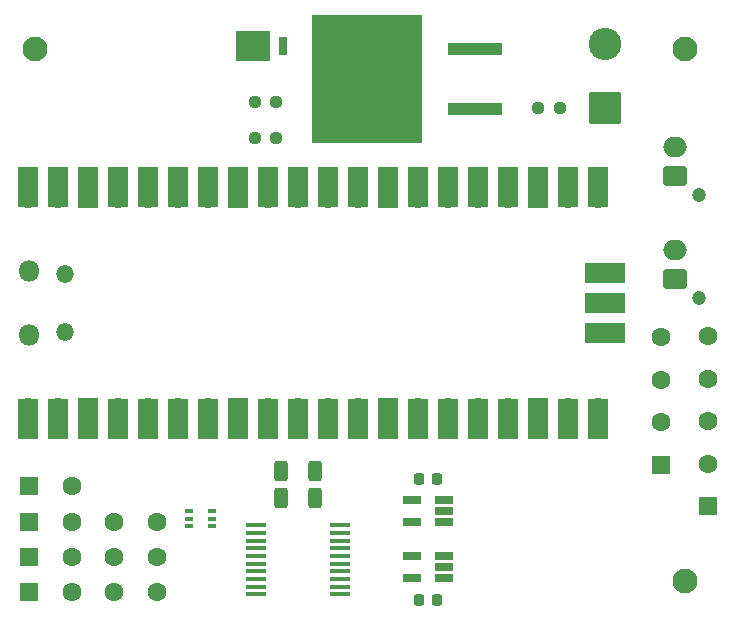
<source format=gbr>
%TF.GenerationSoftware,KiCad,Pcbnew,(6.0.5-0)*%
%TF.CreationDate,2023-05-23T22:47:05+01:00*%
%TF.ProjectId,control,636f6e74-726f-46c2-9e6b-696361645f70,rev?*%
%TF.SameCoordinates,Original*%
%TF.FileFunction,Soldermask,Top*%
%TF.FilePolarity,Negative*%
%FSLAX46Y46*%
G04 Gerber Fmt 4.6, Leading zero omitted, Abs format (unit mm)*
G04 Created by KiCad (PCBNEW (6.0.5-0)) date 2023-05-23 22:47:05*
%MOMM*%
%LPD*%
G01*
G04 APERTURE LIST*
G04 Aperture macros list*
%AMRoundRect*
0 Rectangle with rounded corners*
0 $1 Rounding radius*
0 $2 $3 $4 $5 $6 $7 $8 $9 X,Y pos of 4 corners*
0 Add a 4 corners polygon primitive as box body*
4,1,4,$2,$3,$4,$5,$6,$7,$8,$9,$2,$3,0*
0 Add four circle primitives for the rounded corners*
1,1,$1+$1,$2,$3*
1,1,$1+$1,$4,$5*
1,1,$1+$1,$6,$7*
1,1,$1+$1,$8,$9*
0 Add four rect primitives between the rounded corners*
20,1,$1+$1,$2,$3,$4,$5,0*
20,1,$1+$1,$4,$5,$6,$7,0*
20,1,$1+$1,$6,$7,$8,$9,0*
20,1,$1+$1,$8,$9,$2,$3,0*%
G04 Aperture macros list end*
%ADD10R,1.800000X0.450000*%
%ADD11R,4.600000X1.100000*%
%ADD12R,9.400000X10.800000*%
%ADD13RoundRect,0.237500X0.250000X0.237500X-0.250000X0.237500X-0.250000X-0.237500X0.250000X-0.237500X0*%
%ADD14R,1.560000X0.650000*%
%ADD15RoundRect,0.250000X-0.550000X-0.550000X0.550000X-0.550000X0.550000X0.550000X-0.550000X0.550000X0*%
%ADD16C,1.600000*%
%ADD17RoundRect,0.250000X0.550000X-0.550000X0.550000X0.550000X-0.550000X0.550000X-0.550000X-0.550000X0*%
%ADD18O,1.500000X1.500000*%
%ADD19O,1.800000X1.800000*%
%ADD20O,1.700000X1.700000*%
%ADD21R,1.700000X3.500000*%
%ADD22R,1.700000X1.700000*%
%ADD23R,3.500000X1.700000*%
%ADD24R,2.900000X2.600000*%
%ADD25R,0.800000X1.500000*%
%ADD26RoundRect,0.225000X0.225000X0.250000X-0.225000X0.250000X-0.225000X-0.250000X0.225000X-0.250000X0*%
%ADD27RoundRect,0.237500X-0.250000X-0.237500X0.250000X-0.237500X0.250000X0.237500X-0.250000X0.237500X0*%
%ADD28RoundRect,0.250000X0.312500X0.625000X-0.312500X0.625000X-0.312500X-0.625000X0.312500X-0.625000X0*%
%ADD29C,1.200000*%
%ADD30RoundRect,0.250000X0.750000X-0.600000X0.750000X0.600000X-0.750000X0.600000X-0.750000X-0.600000X0*%
%ADD31O,2.000000X1.700000*%
%ADD32R,0.650000X0.400000*%
%ADD33C,2.100000*%
%ADD34RoundRect,0.250000X1.125000X-1.125000X1.125000X1.125000X-1.125000X1.125000X-1.125000X-1.125000X0*%
%ADD35C,2.750000*%
%ADD36RoundRect,0.225000X-0.225000X-0.250000X0.225000X-0.250000X0.225000X0.250000X-0.225000X0.250000X0*%
%ADD37RoundRect,0.250000X-0.312500X-0.625000X0.312500X-0.625000X0.312500X0.625000X-0.312500X0.625000X0*%
G04 APERTURE END LIST*
D10*
%TO.C,U5*%
X68700000Y-90325000D03*
X68700000Y-90975000D03*
X68700000Y-91625000D03*
X68700000Y-92275000D03*
X68700000Y-92925000D03*
X68700000Y-93575000D03*
X68700000Y-94225000D03*
X68700000Y-94875000D03*
X68700000Y-95525000D03*
X68700000Y-96175000D03*
X75800000Y-96175000D03*
X75800000Y-95525000D03*
X75800000Y-94875000D03*
X75800000Y-94225000D03*
X75800000Y-93575000D03*
X75800000Y-92925000D03*
X75800000Y-92275000D03*
X75800000Y-91625000D03*
X75800000Y-90975000D03*
X75800000Y-90325000D03*
%TD*%
D11*
%TO.C,U2*%
X87275000Y-55040000D03*
D12*
X78125000Y-52500000D03*
D11*
X87275000Y-49960000D03*
%TD*%
D13*
%TO.C,F1*%
X94412500Y-55000000D03*
X92587500Y-55000000D03*
%TD*%
D14*
%TO.C,U3*%
X84604511Y-94810000D03*
X84604511Y-93860000D03*
X84604511Y-92910000D03*
X81904511Y-92910000D03*
X81904511Y-94810000D03*
%TD*%
D13*
%TO.C,R1*%
X70412500Y-57500000D03*
X68587500Y-57500000D03*
%TD*%
D15*
%TO.C,J8*%
X49500000Y-90000000D03*
D16*
X53100000Y-90000000D03*
X56700000Y-90000000D03*
X60300000Y-90000000D03*
%TD*%
D17*
%TO.C,J6*%
X107000000Y-88700000D03*
D16*
X107000000Y-85100000D03*
X107000000Y-81500000D03*
X107000000Y-77900000D03*
X107000000Y-74300000D03*
%TD*%
D18*
%TO.C,U1*%
X52530000Y-73925000D03*
X52530000Y-69075000D03*
D19*
X49500000Y-74225000D03*
X49500000Y-68775000D03*
D20*
X49370000Y-80390000D03*
D21*
X49370000Y-81290000D03*
X51910000Y-81290000D03*
D20*
X51910000Y-80390000D03*
D22*
X54450000Y-80390000D03*
D21*
X54450000Y-81290000D03*
X56990000Y-81290000D03*
D20*
X56990000Y-80390000D03*
D21*
X59530000Y-81290000D03*
D20*
X59530000Y-80390000D03*
D21*
X62070000Y-81290000D03*
D20*
X62070000Y-80390000D03*
D21*
X64610000Y-81290000D03*
D20*
X64610000Y-80390000D03*
D21*
X67150000Y-81290000D03*
D22*
X67150000Y-80390000D03*
D21*
X69690000Y-81290000D03*
D20*
X69690000Y-80390000D03*
D21*
X72230000Y-81290000D03*
D20*
X72230000Y-80390000D03*
X74770000Y-80390000D03*
D21*
X74770000Y-81290000D03*
D20*
X77310000Y-80390000D03*
D21*
X77310000Y-81290000D03*
X79850000Y-81290000D03*
D22*
X79850000Y-80390000D03*
D21*
X82390000Y-81290000D03*
D20*
X82390000Y-80390000D03*
X84930000Y-80390000D03*
D21*
X84930000Y-81290000D03*
X87470000Y-81290000D03*
D20*
X87470000Y-80390000D03*
D21*
X90010000Y-81290000D03*
D20*
X90010000Y-80390000D03*
D22*
X92550000Y-80390000D03*
D21*
X92550000Y-81290000D03*
D20*
X95090000Y-80390000D03*
D21*
X95090000Y-81290000D03*
X97630000Y-81290000D03*
D20*
X97630000Y-80390000D03*
X97630000Y-62610000D03*
D21*
X97630000Y-61710000D03*
X95090000Y-61710000D03*
D20*
X95090000Y-62610000D03*
D22*
X92550000Y-62610000D03*
D21*
X92550000Y-61710000D03*
D20*
X90010000Y-62610000D03*
D21*
X90010000Y-61710000D03*
X87470000Y-61710000D03*
D20*
X87470000Y-62610000D03*
X84930000Y-62610000D03*
D21*
X84930000Y-61710000D03*
X82390000Y-61710000D03*
D20*
X82390000Y-62610000D03*
D21*
X79850000Y-61710000D03*
D22*
X79850000Y-62610000D03*
D20*
X77310000Y-62610000D03*
D21*
X77310000Y-61710000D03*
D20*
X74770000Y-62610000D03*
D21*
X74770000Y-61710000D03*
D20*
X72230000Y-62610000D03*
D21*
X72230000Y-61710000D03*
D20*
X69690000Y-62610000D03*
D21*
X69690000Y-61710000D03*
X67150000Y-61710000D03*
D22*
X67150000Y-62610000D03*
D21*
X64610000Y-61710000D03*
D20*
X64610000Y-62610000D03*
X62070000Y-62610000D03*
D21*
X62070000Y-61710000D03*
D20*
X59530000Y-62610000D03*
D21*
X59530000Y-61710000D03*
D20*
X56990000Y-62610000D03*
D21*
X56990000Y-61710000D03*
X54450000Y-61710000D03*
D22*
X54450000Y-62610000D03*
D21*
X51910000Y-61710000D03*
D20*
X51910000Y-62610000D03*
X49370000Y-62610000D03*
D21*
X49370000Y-61710000D03*
D20*
X97400000Y-74040000D03*
D23*
X98300000Y-74040000D03*
X98300000Y-71500000D03*
D22*
X97400000Y-71500000D03*
D23*
X98300000Y-68960000D03*
D20*
X97400000Y-68960000D03*
%TD*%
D24*
%TO.C,D1*%
X68500000Y-49725000D03*
D25*
X71000000Y-49725000D03*
%TD*%
D26*
%TO.C,C1*%
X84029511Y-96610000D03*
X82479511Y-96610000D03*
%TD*%
D15*
%TO.C,J9*%
X49500000Y-93000000D03*
D16*
X53100000Y-93000000D03*
X56700000Y-93000000D03*
X60300000Y-93000000D03*
%TD*%
D27*
%TO.C,R2*%
X68587500Y-54500000D03*
X70412500Y-54500000D03*
%TD*%
D28*
%TO.C,R4*%
X73712500Y-88000000D03*
X70787500Y-88000000D03*
%TD*%
D29*
%TO.C,J4*%
X106225000Y-71100000D03*
D30*
X104225000Y-69500000D03*
D31*
X104225000Y-67000000D03*
%TD*%
D32*
%TO.C,Q1*%
X63050000Y-89100000D03*
X63050000Y-89750000D03*
X63050000Y-90400000D03*
X64950000Y-90400000D03*
X64950000Y-89750000D03*
X64950000Y-89100000D03*
%TD*%
D33*
%TO.C,H3*%
X105000000Y-95000000D03*
%TD*%
D15*
%TO.C,J10*%
X49500000Y-96000000D03*
D16*
X53100000Y-96000000D03*
X56700000Y-96000000D03*
X60300000Y-96000000D03*
%TD*%
D14*
%TO.C,U4*%
X84604511Y-90060000D03*
X84604511Y-89110000D03*
X84604511Y-88160000D03*
X81904511Y-88160000D03*
X81904511Y-90060000D03*
%TD*%
D17*
%TO.C,J5*%
X103000000Y-85200000D03*
D16*
X103000000Y-81600000D03*
X103000000Y-78000000D03*
X103000000Y-74400000D03*
%TD*%
D34*
%TO.C,J1*%
X98250000Y-54950000D03*
D35*
X98250000Y-49550000D03*
%TD*%
D33*
%TO.C,H2*%
X105000000Y-50000000D03*
%TD*%
D36*
%TO.C,C2*%
X82479511Y-86360000D03*
X84029511Y-86360000D03*
%TD*%
D37*
%TO.C,R3*%
X70787500Y-85750000D03*
X73712500Y-85750000D03*
%TD*%
D15*
%TO.C,J7*%
X49500000Y-87000000D03*
D16*
X53100000Y-87000000D03*
%TD*%
D29*
%TO.C,J3*%
X106225000Y-62350000D03*
D30*
X104225000Y-60750000D03*
D31*
X104225000Y-58250000D03*
%TD*%
D33*
%TO.C,H1*%
X50000000Y-50000000D03*
%TD*%
M02*

</source>
